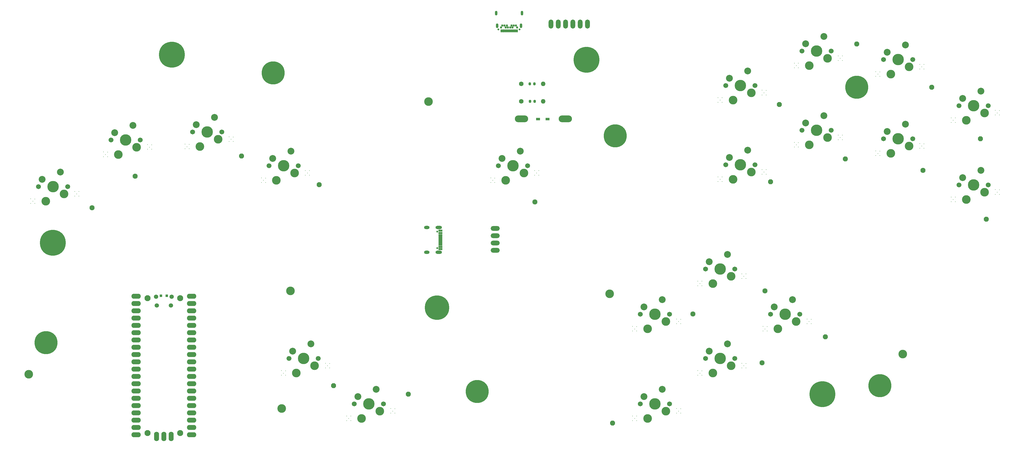
<source format=gts>
%TF.GenerationSoftware,KiCad,Pcbnew,7.0.8*%
%TF.CreationDate,2024-02-11T15:23:41-08:00*%
%TF.ProjectId,OF1 v1,4f463120-7631-42e6-9b69-6361645f7063,rev?*%
%TF.SameCoordinates,Original*%
%TF.FileFunction,Soldermask,Top*%
%TF.FilePolarity,Negative*%
%FSLAX46Y46*%
G04 Gerber Fmt 4.6, Leading zero omitted, Abs format (unit mm)*
G04 Created by KiCad (PCBNEW 7.0.8) date 2024-02-11 15:23:41*
%MOMM*%
%LPD*%
G01*
G04 APERTURE LIST*
G04 Aperture macros list*
%AMRoundRect*
0 Rectangle with rounded corners*
0 $1 Rounding radius*
0 $2 $3 $4 $5 $6 $7 $8 $9 X,Y pos of 4 corners*
0 Add a 4 corners polygon primitive as box body*
4,1,4,$2,$3,$4,$5,$6,$7,$8,$9,$2,$3,0*
0 Add four circle primitives for the rounded corners*
1,1,$1+$1,$2,$3*
1,1,$1+$1,$4,$5*
1,1,$1+$1,$6,$7*
1,1,$1+$1,$8,$9*
0 Add four rect primitives between the rounded corners*
20,1,$1+$1,$2,$3,$4,$5,0*
20,1,$1+$1,$4,$5,$6,$7,0*
20,1,$1+$1,$6,$7,$8,$9,0*
20,1,$1+$1,$8,$9,$2,$3,0*%
%AMFreePoly0*
4,1,17,0.425901,0.806901,0.806901,0.425901,0.825500,0.381000,0.825500,-0.381000,0.806901,-0.425901,0.425901,-0.806901,0.381000,-0.825500,-0.381000,-0.825500,-0.425901,-0.806901,-0.806901,-0.425901,-0.825500,-0.381000,-0.825500,0.381000,-0.806901,0.425901,-0.425901,0.806901,-0.381000,0.825500,0.381000,0.825500,0.425901,0.806901,0.425901,0.806901,$1*%
G04 Aperture macros list end*
%ADD10C,1.701800*%
%ADD11C,3.000000*%
%ADD12C,3.987800*%
%ADD13C,2.374900*%
%ADD14C,0.300000*%
%ADD15O,3.175000X1.651000*%
%ADD16FreePoly0,0.000000*%
%ADD17O,4.622800X2.374900*%
%ADD18C,9.000000*%
%ADD19C,8.000000*%
%ADD20RoundRect,0.063500X0.605000X0.365000X-0.605000X0.365000X-0.605000X-0.365000X0.605000X-0.365000X0*%
%ADD21RoundRect,0.200000X-0.200000X-0.275000X0.200000X-0.275000X0.200000X0.275000X-0.200000X0.275000X0*%
%ADD22C,8.500000*%
%ADD23C,0.650000*%
%ADD24RoundRect,0.063500X-0.150000X-0.450000X0.150000X-0.450000X0.150000X0.450000X-0.150000X0.450000X0*%
%ADD25C,0.777000*%
%ADD26O,0.877000X1.627000*%
%ADD27C,1.600000*%
%ADD28O,1.600000X1.600000*%
%ADD29C,2.100000*%
%ADD30C,1.500000*%
%ADD31O,3.327000X1.727000*%
%ADD32O,1.727000X3.327000*%
%ADD33RoundRect,0.063500X-0.400000X-0.400000X0.400000X-0.400000X0.400000X0.400000X-0.400000X0.400000X0*%
%ADD34RoundRect,0.063500X-0.620000X0.300000X-0.620000X-0.300000X0.620000X-0.300000X0.620000X0.300000X0*%
%ADD35RoundRect,0.063500X-0.620000X0.150000X-0.620000X-0.150000X0.620000X-0.150000X0.620000X0.150000X0*%
%ADD36O,2.227000X1.127000*%
%ADD37O,1.927000X1.127000*%
%ADD38O,1.651000X3.175000*%
G04 APERTURE END LIST*
D10*
%TO.C,U$15*%
X287921100Y-72757600D03*
D11*
X286651100Y-75297600D03*
D12*
X282841100Y-72757600D03*
D11*
X280301100Y-77837600D03*
D10*
X277761100Y-72757600D03*
D13*
X279031100Y-70217600D03*
X285381100Y-67677600D03*
D14*
X291831100Y-76047600D03*
X291831100Y-74467600D03*
X291096100Y-75297600D03*
X290401100Y-76047600D03*
X290401100Y-74427600D03*
X276531100Y-78607600D03*
X276531100Y-77027600D03*
X275796100Y-77857600D03*
X275101100Y-78607600D03*
X275101100Y-76987600D03*
%TD*%
D10*
%TO.C,U$11*%
X287921100Y-45147600D03*
D11*
X286651100Y-47687600D03*
D12*
X282841100Y-45147600D03*
D11*
X280301100Y-50227600D03*
D10*
X277761100Y-45147600D03*
D13*
X279031100Y-42607600D03*
X285381100Y-40067600D03*
D14*
X291831100Y-48437600D03*
X291831100Y-46857600D03*
X291096100Y-47687600D03*
X290401100Y-48437600D03*
X290401100Y-46817600D03*
X276531100Y-50997600D03*
X276531100Y-49417600D03*
X275796100Y-50247600D03*
X275101100Y-50997600D03*
X275101100Y-49377600D03*
%TD*%
D10*
%TO.C,U$17*%
X226033100Y-118117600D03*
D11*
X224763100Y-120657600D03*
D12*
X220953100Y-118117600D03*
D11*
X218413100Y-123197600D03*
D10*
X215873100Y-118117600D03*
D13*
X217143100Y-115577600D03*
X223493100Y-113037600D03*
D14*
X229943100Y-121407600D03*
X229943100Y-119827600D03*
X229208100Y-120657600D03*
X228513100Y-121407600D03*
X228513100Y-119787600D03*
X214643100Y-123967600D03*
X214643100Y-122387600D03*
X213908100Y-123217600D03*
X213213100Y-123967600D03*
X213213100Y-122347600D03*
%TD*%
D10*
%TO.C,U$6*%
X81213100Y-149302600D03*
D11*
X79943100Y-151842600D03*
D12*
X76133100Y-149302600D03*
D11*
X73593100Y-154382600D03*
D10*
X71053100Y-149302600D03*
D13*
X72323100Y-146762600D03*
X78673100Y-144222600D03*
D14*
X85123100Y-152592600D03*
X85123100Y-151012600D03*
X84388100Y-151842600D03*
X83693100Y-152592600D03*
X83693100Y-150972600D03*
X69823100Y-155152600D03*
X69823100Y-153572600D03*
X69088100Y-154402600D03*
X68393100Y-155152600D03*
X68393100Y-153532600D03*
%TD*%
D10*
%TO.C,U$20*%
X226033100Y-149302600D03*
D11*
X224763100Y-151842600D03*
D12*
X220953100Y-149302600D03*
D11*
X218413100Y-154382600D03*
D10*
X215873100Y-149302600D03*
D13*
X217143100Y-146762600D03*
X223493100Y-144222600D03*
D14*
X229943100Y-152592600D03*
X229943100Y-151012600D03*
X229208100Y-151842600D03*
X228513100Y-152592600D03*
X228513100Y-150972600D03*
X214643100Y-155152600D03*
X214643100Y-153572600D03*
X213908100Y-154402600D03*
X213213100Y-155152600D03*
X213213100Y-153532600D03*
%TD*%
D10*
%TO.C,U$10*%
X259566100Y-42172600D03*
D11*
X258296100Y-44712600D03*
D12*
X254486100Y-42172600D03*
D11*
X251946100Y-47252600D03*
D10*
X249406100Y-42172600D03*
D13*
X250676100Y-39632600D03*
X257026100Y-37092600D03*
D14*
X263476100Y-45462600D03*
X263476100Y-43882600D03*
X262741100Y-44712600D03*
X262046100Y-45462600D03*
X262046100Y-43842600D03*
X248176100Y-48022600D03*
X248176100Y-46442600D03*
X247441100Y-47272600D03*
X246746100Y-48022600D03*
X246746100Y-46402600D03*
%TD*%
D10*
%TO.C,U$13*%
X233048100Y-81777600D03*
D11*
X231778100Y-84317600D03*
D12*
X227968100Y-81777600D03*
D11*
X225428100Y-86857600D03*
D10*
X222888100Y-81777600D03*
D13*
X224158100Y-79237600D03*
X230508100Y-76697600D03*
D14*
X236958100Y-85067600D03*
X236958100Y-83487600D03*
X236223100Y-84317600D03*
X235528100Y-85067600D03*
X235528100Y-83447600D03*
X221658100Y-87627600D03*
X221658100Y-86047600D03*
X220923100Y-86877600D03*
X220228100Y-87627600D03*
X220228100Y-86007600D03*
%TD*%
D10*
%TO.C,U$1*%
X-5953900Y-89417600D03*
D11*
X-7223900Y-91957600D03*
D12*
X-11033900Y-89417600D03*
D11*
X-13573900Y-94497600D03*
D10*
X-16113900Y-89417600D03*
D13*
X-14843900Y-86877600D03*
X-8493900Y-84337600D03*
D14*
X-2043900Y-92707600D03*
X-2043900Y-91127600D03*
X-2778900Y-91957600D03*
X-3473900Y-92707600D03*
X-3473900Y-91087600D03*
X-17343900Y-95267600D03*
X-17343900Y-93687600D03*
X-18078900Y-94517600D03*
X-18773900Y-95267600D03*
X-18773900Y-93647600D03*
%TD*%
D10*
%TO.C,U$21*%
X203346100Y-165072600D03*
D11*
X202076100Y-167612600D03*
D12*
X198266100Y-165072600D03*
D11*
X195726100Y-170152600D03*
D10*
X193186100Y-165072600D03*
D13*
X194456100Y-162532600D03*
X200806100Y-159992600D03*
D14*
X207256100Y-168362600D03*
X207256100Y-166782600D03*
X206521100Y-167612600D03*
X205826100Y-168362600D03*
X205826100Y-166742600D03*
X191956100Y-170922600D03*
X191956100Y-169342600D03*
X191221100Y-170172600D03*
X190526100Y-170922600D03*
X190526100Y-169302600D03*
%TD*%
D10*
%TO.C,U$2*%
X19326100Y-73114600D03*
D11*
X18056100Y-75654600D03*
D12*
X14246100Y-73114600D03*
D11*
X11706100Y-78194600D03*
D10*
X9166100Y-73114600D03*
D13*
X10436100Y-70574600D03*
X16786100Y-68034600D03*
D14*
X23236100Y-76404600D03*
X23236100Y-74824600D03*
X22501100Y-75654600D03*
X21806100Y-76404600D03*
X21806100Y-74784600D03*
X7936100Y-78964600D03*
X7936100Y-77384600D03*
X7201100Y-78214600D03*
X6506100Y-78964600D03*
X6506100Y-77344600D03*
%TD*%
D10*
%TO.C,U$4*%
X47682100Y-70388600D03*
D11*
X46412100Y-72928600D03*
D12*
X42602100Y-70388600D03*
D11*
X40062100Y-75468600D03*
D10*
X37522100Y-70388600D03*
D13*
X38792100Y-67848600D03*
X45142100Y-65308600D03*
D14*
X51592100Y-73678600D03*
X51592100Y-72098600D03*
X50857100Y-72928600D03*
X50162100Y-73678600D03*
X50162100Y-72058600D03*
X36292100Y-76238600D03*
X36292100Y-74658600D03*
X35557100Y-75488600D03*
X34862100Y-76238600D03*
X34862100Y-74618600D03*
%TD*%
D10*
%TO.C,U$7*%
X103901100Y-165071600D03*
D11*
X102631100Y-167611600D03*
D12*
X98821100Y-165071600D03*
D11*
X96281100Y-170151600D03*
D10*
X93741100Y-165071600D03*
D13*
X95011100Y-162531600D03*
X101361100Y-159991600D03*
D14*
X107811100Y-168361600D03*
X107811100Y-166781600D03*
X107076100Y-167611600D03*
X106381100Y-168361600D03*
X106381100Y-166741600D03*
X92511100Y-170921600D03*
X92511100Y-169341600D03*
X91776100Y-170171600D03*
X91081100Y-170921600D03*
X91081100Y-169301600D03*
%TD*%
D10*
%TO.C,U$19*%
X248690100Y-133887600D03*
D11*
X247420100Y-136427600D03*
D12*
X243610100Y-133887600D03*
D11*
X241070100Y-138967600D03*
D10*
X238530100Y-133887600D03*
D13*
X239800100Y-131347600D03*
X246150100Y-128807600D03*
D14*
X252600100Y-137177600D03*
X252600100Y-135597600D03*
X251865100Y-136427600D03*
X251170100Y-137177600D03*
X251170100Y-135557600D03*
X237300100Y-139737600D03*
X237300100Y-138157600D03*
X236565100Y-138987600D03*
X235870100Y-139737600D03*
X235870100Y-138117600D03*
%TD*%
D10*
%TO.C,U$5*%
X74254100Y-82151600D03*
D11*
X72984100Y-84691600D03*
D12*
X69174100Y-82151600D03*
D11*
X66634100Y-87231600D03*
D10*
X64094100Y-82151600D03*
D13*
X65364100Y-79611600D03*
X71714100Y-77071600D03*
D14*
X78164100Y-85441600D03*
X78164100Y-83861600D03*
X77429100Y-84691600D03*
X76734100Y-85441600D03*
X76734100Y-83821600D03*
X62864100Y-88001600D03*
X62864100Y-86421600D03*
X62129100Y-87251600D03*
X61434100Y-88001600D03*
X61434100Y-86381600D03*
%TD*%
D10*
%TO.C,U$18*%
X203346100Y-133887600D03*
D11*
X202076100Y-136427600D03*
D12*
X198266100Y-133887600D03*
D11*
X195726100Y-138967600D03*
D10*
X193186100Y-133887600D03*
D13*
X194456100Y-131347600D03*
X200806100Y-128807600D03*
D14*
X207256100Y-137177600D03*
X207256100Y-135597600D03*
X206521100Y-136427600D03*
X205826100Y-137177600D03*
X205826100Y-135557600D03*
X191956100Y-139737600D03*
X191956100Y-138157600D03*
X191221100Y-138987600D03*
X190526100Y-139737600D03*
X190526100Y-138117600D03*
%TD*%
D10*
%TO.C,U$16*%
X314144100Y-88793600D03*
D11*
X312874100Y-91333600D03*
D12*
X309064100Y-88793600D03*
D11*
X306524100Y-93873600D03*
D10*
X303984100Y-88793600D03*
D13*
X305254100Y-86253600D03*
X311604100Y-83713600D03*
D14*
X318054100Y-92083600D03*
X318054100Y-90503600D03*
X317319100Y-91333600D03*
X316624100Y-92083600D03*
X316624100Y-90463600D03*
X302754100Y-94643600D03*
X302754100Y-93063600D03*
X302019100Y-93893600D03*
X301324100Y-94643600D03*
X301324100Y-93023600D03*
%TD*%
D10*
%TO.C,U$12*%
X314144100Y-61183600D03*
D11*
X312874100Y-63723600D03*
D12*
X309064100Y-61183600D03*
D11*
X306524100Y-66263600D03*
D10*
X303984100Y-61183600D03*
D13*
X305254100Y-58643600D03*
X311604100Y-56103600D03*
D14*
X318054100Y-64473600D03*
X318054100Y-62893600D03*
X317319100Y-63723600D03*
X316624100Y-64473600D03*
X316624100Y-62853600D03*
X302754100Y-67033600D03*
X302754100Y-65453600D03*
X302019100Y-66283600D03*
X301324100Y-67033600D03*
X301324100Y-65413600D03*
%TD*%
D10*
%TO.C,U$9*%
X233048100Y-54168600D03*
D11*
X231778100Y-56708600D03*
D12*
X227968100Y-54168600D03*
D11*
X225428100Y-59248600D03*
D10*
X222888100Y-54168600D03*
D13*
X224158100Y-51628600D03*
X230508100Y-49088600D03*
D14*
X236958100Y-57458600D03*
X236958100Y-55878600D03*
X236223100Y-56708600D03*
X235528100Y-57458600D03*
X235528100Y-55838600D03*
X221658100Y-60018600D03*
X221658100Y-58438600D03*
X220923100Y-59268600D03*
X220228100Y-60018600D03*
X220228100Y-58398600D03*
%TD*%
D10*
%TO.C,U$14*%
X259566100Y-69782600D03*
D11*
X258296100Y-72322600D03*
D12*
X254486100Y-69782600D03*
D11*
X251946100Y-74862600D03*
D10*
X249406100Y-69782600D03*
D13*
X250676100Y-67242600D03*
X257026100Y-64702600D03*
D14*
X263476100Y-73072600D03*
X263476100Y-71492600D03*
X262741100Y-72322600D03*
X262046100Y-73072600D03*
X262046100Y-71452600D03*
X248176100Y-75632600D03*
X248176100Y-74052600D03*
X247441100Y-74882600D03*
X246746100Y-75632600D03*
X246746100Y-74012600D03*
%TD*%
D10*
%TO.C,U$8*%
X153986100Y-82151600D03*
D11*
X152716100Y-84691600D03*
D12*
X148906100Y-82151600D03*
D11*
X146366100Y-87231600D03*
D10*
X143826100Y-82151600D03*
D13*
X145096100Y-79611600D03*
X151446100Y-77071600D03*
D14*
X157896100Y-85441600D03*
X157896100Y-83861600D03*
X157161100Y-84691600D03*
X156466100Y-85441600D03*
X156466100Y-83821600D03*
X142596100Y-88001600D03*
X142596100Y-86421600D03*
X141861100Y-87251600D03*
X141166100Y-88001600D03*
X141166100Y-86381600D03*
%TD*%
D15*
%TO.C,J4*%
X142745065Y-111563600D03*
X142745065Y-109023600D03*
X142745065Y-106483600D03*
X142745065Y-103943600D03*
%TD*%
D16*
%TO.C,JP11*%
X264501100Y-79753600D03*
%TD*%
%TO.C,JP10*%
X238501100Y-87753600D03*
%TD*%
%TO.C,JP5*%
X81501100Y-88753600D03*
%TD*%
D17*
%TO.C,D1*%
X151881100Y-65753600D03*
X167121100Y-65753600D03*
%TD*%
D18*
%TO.C,@HOLE11*%
X174501100Y-45253600D03*
%TD*%
D19*
%TO.C,@HOLE8*%
X184501100Y-71753600D03*
%TD*%
D11*
%TO.C,@HOLE0*%
X68501100Y-166753600D03*
%TD*%
D20*
%TO.C,D2*%
X157610214Y-65844142D03*
X160970214Y-65844142D03*
%TD*%
D16*
%TO.C,JP18*%
X211501100Y-133753600D03*
%TD*%
D19*
%TO.C,@HOLE9*%
X136501100Y-160753600D03*
%TD*%
D21*
%TO.C,R2*%
X154751379Y-53595091D03*
X156401379Y-53595091D03*
%TD*%
D16*
%TO.C,JP6*%
X86501100Y-158753600D03*
%TD*%
D22*
%TO.C,@HOLE14*%
X122501100Y-131553600D03*
%TD*%
D16*
%TO.C,JP14*%
X311501100Y-72753600D03*
%TD*%
%TO.C,JP4*%
X54501100Y-78753600D03*
%TD*%
%TO.C,JP9*%
X241501100Y-60753600D03*
%TD*%
D23*
%TO.C,J2*%
X151168981Y-34593600D03*
X143818981Y-34593600D03*
D24*
X150318981Y-35153600D03*
X149818981Y-35153600D03*
X149318981Y-35153600D03*
X148818981Y-35153600D03*
X148318981Y-35153600D03*
X147818981Y-35153600D03*
X147318981Y-35153600D03*
X146818981Y-35153600D03*
X146318981Y-35153600D03*
X145818981Y-35153600D03*
X145318981Y-35153600D03*
X144818981Y-35153600D03*
D25*
X144768981Y-33943600D03*
X145168981Y-33243600D03*
X145968981Y-33243600D03*
X146368981Y-33943600D03*
X146768981Y-33243600D03*
X147168981Y-33943600D03*
X147968981Y-33943600D03*
X148368981Y-33243600D03*
X148768981Y-33943600D03*
X149168981Y-33243600D03*
X149968981Y-33243600D03*
X150368981Y-33943600D03*
D26*
X151698981Y-33343600D03*
X143438981Y-33343600D03*
X152058981Y-28953600D03*
X143078981Y-28953600D03*
%TD*%
D16*
%TO.C,JP16*%
X291501100Y-83753600D03*
%TD*%
D18*
%TO.C,@HOLE13*%
X30301100Y-43453600D03*
%TD*%
D11*
%TO.C,@HOLE1*%
X284501100Y-147753600D03*
%TD*%
D16*
%TO.C,JP20*%
X235501100Y-150753600D03*
%TD*%
%TO.C,JP13*%
X294501100Y-54753600D03*
%TD*%
%TO.C,JP17*%
X236501100Y-125753600D03*
%TD*%
%TO.C,JP12*%
X268501100Y-39753600D03*
%TD*%
D11*
%TO.C,@HOLE2*%
X-19498900Y-154753600D03*
%TD*%
D27*
%TO.C,R3*%
X151781476Y-59692391D03*
D28*
X159401476Y-59692391D03*
%TD*%
D29*
%TO.C,J1*%
X21801100Y-128253600D03*
X21801100Y-175253600D03*
D30*
X24776100Y-127753600D03*
X25076100Y-130783600D03*
X29926100Y-130783600D03*
X30226100Y-127753600D03*
D29*
X33201100Y-128253600D03*
X33201100Y-175253600D03*
D31*
X37191100Y-137783600D03*
X37191100Y-135243600D03*
X37191100Y-140323600D03*
X37191100Y-145403600D03*
X17811100Y-132703600D03*
X17811100Y-145403600D03*
X17811100Y-158103600D03*
X17811100Y-170803600D03*
D32*
X27501100Y-176453600D03*
D31*
X37191100Y-170803600D03*
X37191100Y-158103600D03*
X37191100Y-132703600D03*
X17811100Y-127623600D03*
X17811100Y-130163600D03*
X17811100Y-135243600D03*
X17811100Y-137783600D03*
X17811100Y-140323600D03*
X17811100Y-142863600D03*
X17811100Y-147943600D03*
X17811100Y-150483600D03*
X17811100Y-153023600D03*
X17811100Y-155563600D03*
X17811100Y-160643600D03*
X17811100Y-163183600D03*
X17811100Y-165723600D03*
X17811100Y-168263600D03*
X17811100Y-173343600D03*
X17811100Y-175883600D03*
X37191100Y-175883600D03*
X37191100Y-173343600D03*
X37191100Y-168263600D03*
X37191100Y-165723600D03*
X37191100Y-163183600D03*
X37191100Y-160643600D03*
X37191100Y-155563600D03*
X37191100Y-150483600D03*
X37191100Y-147943600D03*
X37191100Y-142863600D03*
X37191100Y-153023600D03*
D32*
X24961100Y-176453600D03*
X30041100Y-176453600D03*
D33*
X28501100Y-127453600D03*
X26501100Y-127453600D03*
D31*
X37191100Y-127623600D03*
X37191100Y-130163600D03*
%TD*%
D16*
%TO.C,JP15*%
X313501100Y-100753600D03*
%TD*%
D21*
%TO.C,R4*%
X154825956Y-59663792D03*
X156475956Y-59663792D03*
%TD*%
D11*
%TO.C,@HOLE10*%
X119501100Y-59753600D03*
%TD*%
D18*
%TO.C,@HOLE15*%
X256501100Y-161753600D03*
%TD*%
D19*
%TO.C,@HOLE6*%
X-13498900Y-143753600D03*
%TD*%
D11*
%TO.C,@HOLE16*%
X71501100Y-125753600D03*
%TD*%
%TO.C,@HOLE3*%
X182501100Y-126753600D03*
%TD*%
D18*
%TO.C,@HOLE12*%
X-11098900Y-108953600D03*
%TD*%
D19*
%TO.C,@HOLE4*%
X268501100Y-54753600D03*
%TD*%
D16*
%TO.C,JP7*%
X112501100Y-161753600D03*
%TD*%
D23*
%TO.C,J5*%
X122579393Y-105081075D03*
X122579393Y-110861075D03*
D34*
X123699393Y-104771075D03*
X123699393Y-105571075D03*
D35*
X123699393Y-106721075D03*
X123699393Y-107721075D03*
X123699393Y-108221075D03*
X123699393Y-109221075D03*
D34*
X123699393Y-111171075D03*
X123699393Y-110371075D03*
D35*
X123699393Y-109721075D03*
X123699393Y-108721075D03*
X123699393Y-107221075D03*
X123699393Y-106221075D03*
D36*
X123079393Y-103651075D03*
D37*
X118899393Y-103651075D03*
D36*
X123079393Y-112291075D03*
D37*
X118899393Y-112291075D03*
%TD*%
D16*
%TO.C,JP2*%
X2501100Y-96753600D03*
%TD*%
%TO.C,JP8*%
X156501100Y-94753600D03*
%TD*%
%TO.C,JP21*%
X183501100Y-171753600D03*
%TD*%
%TO.C,JP19*%
X257501100Y-141753600D03*
%TD*%
D38*
%TO.C,J3*%
X162151100Y-32753600D03*
X164691100Y-32753600D03*
X167231100Y-32753600D03*
X169771100Y-32753600D03*
X172311100Y-32753600D03*
X174851100Y-32753600D03*
%TD*%
D19*
%TO.C,@HOLE5*%
X276501100Y-158753600D03*
%TD*%
D27*
%TO.C,R1*%
X151826963Y-53595091D03*
D28*
X159446963Y-53595091D03*
%TD*%
D19*
%TO.C,@HOLE7*%
X65501100Y-49753600D03*
%TD*%
D16*
%TO.C,JP3*%
X17501100Y-85753600D03*
%TD*%
M02*

</source>
